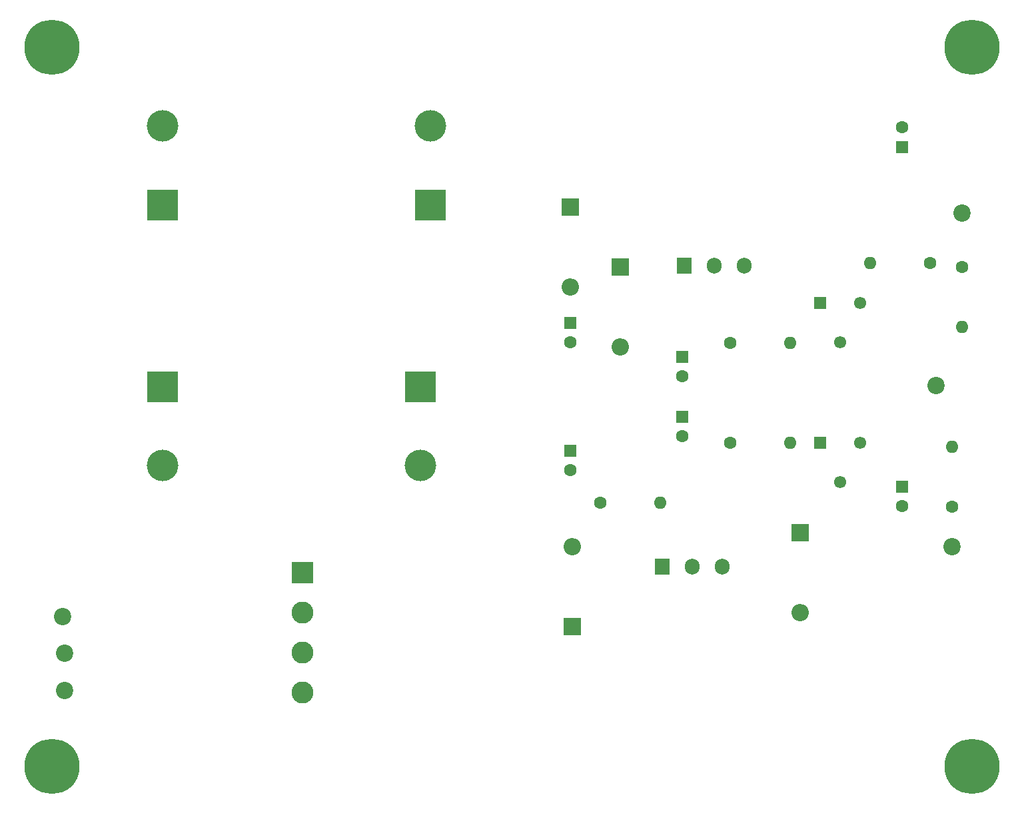
<source format=gbr>
G04 #@! TF.GenerationSoftware,KiCad,Pcbnew,(5.1.2-1)-1*
G04 #@! TF.CreationDate,2021-01-05T14:52:28-05:00*
G04 #@! TF.ProjectId,Power Supply,506f7765-7220-4537-9570-706c792e6b69,rev?*
G04 #@! TF.SameCoordinates,Original*
G04 #@! TF.FileFunction,Copper,L2,Bot*
G04 #@! TF.FilePolarity,Positive*
%FSLAX46Y46*%
G04 Gerber Fmt 4.6, Leading zero omitted, Abs format (unit mm)*
G04 Created by KiCad (PCBNEW (5.1.2-1)-1) date 2021-01-05 14:52:28*
%MOMM*%
%LPD*%
G04 APERTURE LIST*
%ADD10C,7.000000*%
%ADD11C,1.550000*%
%ADD12R,1.550000X1.550000*%
%ADD13R,1.600000X1.600000*%
%ADD14C,1.600000*%
%ADD15R,2.200000X2.200000*%
%ADD16O,2.200000X2.200000*%
%ADD17R,4.000000X4.000000*%
%ADD18C,4.000000*%
%ADD19C,2.200000*%
%ADD20O,1.600000X1.600000*%
%ADD21R,1.905000X2.000000*%
%ADD22O,1.905000X2.000000*%
%ADD23C,2.800000*%
%ADD24R,2.800000X2.800000*%
G04 APERTURE END LIST*
D10*
X134620000Y-17780000D03*
X134620000Y-109220000D03*
X17653000Y-109220000D03*
X17653000Y-17780000D03*
D11*
X117816000Y-55292000D03*
D12*
X115316000Y-50292000D03*
D11*
X120316000Y-50292000D03*
X117816000Y-73072000D03*
D12*
X115316000Y-68072000D03*
D11*
X120316000Y-68072000D03*
D13*
X97790000Y-57150000D03*
D14*
X97790000Y-59650000D03*
D15*
X83566000Y-38100000D03*
D16*
X83566000Y-48260000D03*
D17*
X31750000Y-37846000D03*
D18*
X31750000Y-27846000D03*
D17*
X31750000Y-60960000D03*
D18*
X31750000Y-70960000D03*
X65786000Y-27846000D03*
D17*
X65786000Y-37846000D03*
D18*
X64516000Y-70960000D03*
D17*
X64516000Y-60960000D03*
D14*
X83566000Y-71588000D03*
D13*
X83566000Y-69088000D03*
X83566000Y-52832000D03*
D14*
X83566000Y-55332000D03*
D15*
X83820000Y-91440000D03*
D16*
X83820000Y-81280000D03*
X112776000Y-89662000D03*
D15*
X112776000Y-79502000D03*
D16*
X89916000Y-55880000D03*
D15*
X89916000Y-45720000D03*
D19*
X19304000Y-99568000D03*
X19050000Y-90170000D03*
X19304000Y-94869000D03*
X132080000Y-81280000D03*
X133350000Y-38862000D03*
D20*
X111506000Y-68072000D03*
D14*
X103886000Y-68072000D03*
D20*
X111506000Y-55372000D03*
D14*
X103886000Y-55372000D03*
X87376000Y-75692000D03*
D20*
X94996000Y-75692000D03*
D14*
X129286000Y-45212000D03*
D20*
X121666000Y-45212000D03*
X132080000Y-68580000D03*
D14*
X132080000Y-76200000D03*
X133350000Y-45720000D03*
D20*
X133350000Y-53340000D03*
D14*
X97790000Y-67270000D03*
D13*
X97790000Y-64770000D03*
X125730000Y-73660000D03*
D14*
X125730000Y-76160000D03*
X125730000Y-27980000D03*
D13*
X125730000Y-30480000D03*
D21*
X95250000Y-83820000D03*
D22*
X99060000Y-83820000D03*
X102870000Y-83820000D03*
D21*
X98044000Y-45593000D03*
D22*
X101854000Y-45593000D03*
X105664000Y-45593000D03*
D23*
X49530000Y-99822000D03*
X49530000Y-94742000D03*
X49530000Y-89662000D03*
D24*
X49530000Y-84582000D03*
D19*
X130048000Y-60833000D03*
M02*

</source>
